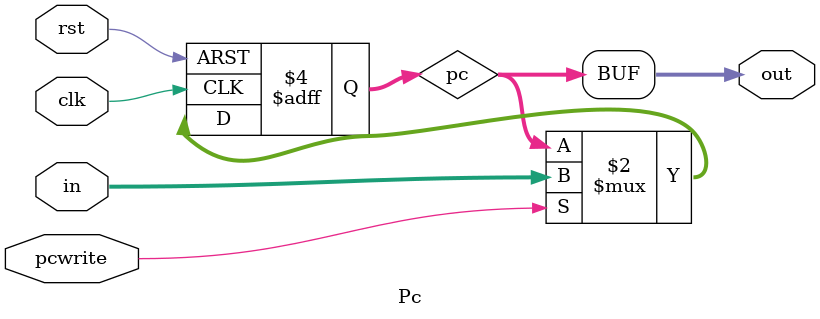
<source format=v>
`timescale 1ns/1ns
module Pc(input [12:0] in, input pcwrite, rst, clk, output [12:0] out);
reg[12:0] pc ;
 always@(posedge clk , posedge rst) begin
    if (rst)
      pc <= 13'd0;
    else if (pcwrite)
      pc <= in;
  end

assign out = pc ;

endmodule

</source>
